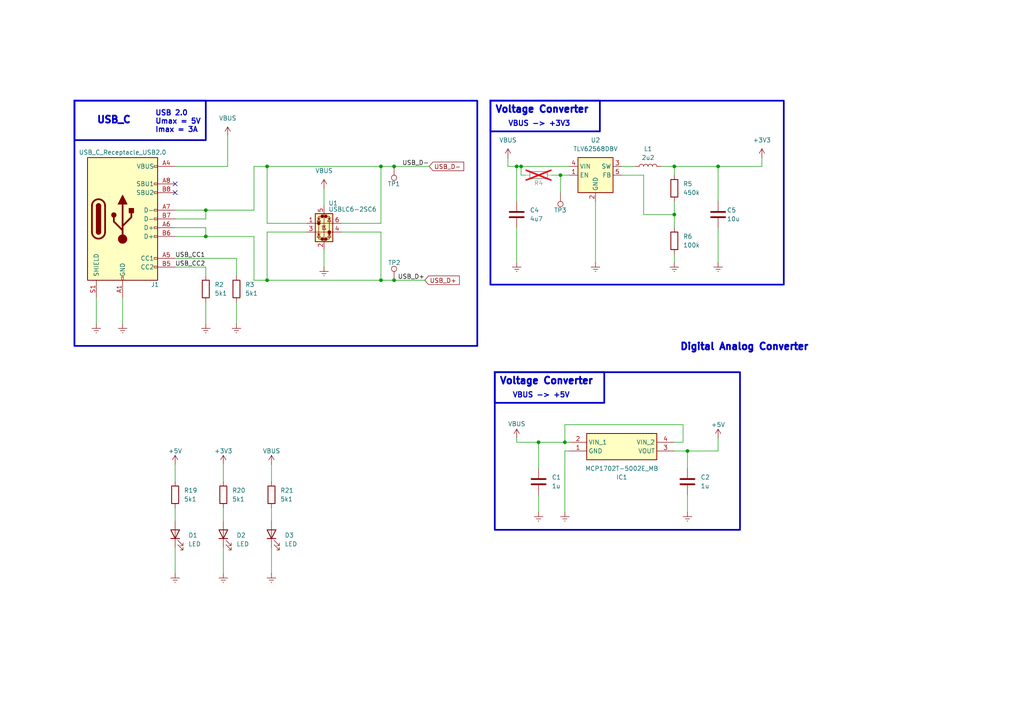
<source format=kicad_sch>
(kicad_sch (version 20250114) (generator "eeschema") (generator_version "9.0")
  (paper "A4")
  (lib_symbols
    (symbol "Connector:TestPoint" (pin_numbers (hide yes)) (pin_names (offset 0.762) (hide yes))
      (property "Reference" "TP" (at 0 6.858 0))
      (property "Value" "TestPoint" (at 0 5.08 0))
      (symbol "TestPoint_0_1"
        (circle (center 0 3.302) (radius 0.762))
      )
      (symbol "TestPoint_1_1"
        (pin passive line (at 0 0 90) (length 2.54) (name "1") (number "1"))
      )
    )
    (symbol "Device:C" (pin_numbers (hide yes)) (pin_names (offset 0.254))
      (property "Reference" "C" (at 0.635 2.54 0))
      (property "Value" "C" (at 0.635 -2.54 0))
      (symbol "C_0_1"
        (polyline (pts (xy -2.032 0.762) (xy 2.032 0.762)) (stroke (width 0.508)))
        (polyline (pts (xy -2.032 -0.762) (xy 2.032 -0.762)) (stroke (width 0.508)))
      )
      (symbol "C_1_1"
        (pin passive line (at 0 3.81 270) (length 2.794) (name "~") (number "1"))
        (pin passive line (at 0 -3.81 90) (length 2.794) (name "~") (number "2"))
      )
    )
    (symbol "Device:L" (pin_numbers (hide yes)) (pin_names (offset 1.016) (hide yes))
      (property "Reference" "L" (at -1.27 0 90))
      (property "Value" "L" (at 1.905 0 90))
      (symbol "L_0_1"
        (arc (start 0 2.54) (mid 0.6323 1.905) (end 0 1.27))
        (arc (start 0 1.27) (mid 0.6323 0.635) (end 0 0))
        (arc (start 0 0) (mid 0.6323 -0.635) (end 0 -1.27))
        (arc (start 0 -1.27) (mid 0.6323 -1.905) (end 0 -2.54))
      )
      (symbol "L_1_1"
        (pin passive line (at 0 3.81 270) (length 1.27) (name "1") (number "1"))
        (pin passive line (at 0 -3.81 90) (length 1.27) (name "2") (number "2"))
      )
    )
    (symbol "Device:LED" (pin_numbers (hide yes)) (pin_names (offset 1.016) (hide yes))
      (property "Reference" "D" (at 0 2.54 0))
      (property "Value" "LED" (at 0 -2.54 0))
      (symbol "LED_0_1"
        (polyline (pts (xy -3.048 -0.762) (xy -4.572 -2.286) (xy -3.81 -2.286) (xy -4.572 -2.286) (xy -4.572 -1.524)))
        (polyline (pts (xy -1.778 -0.762) (xy -3.302 -2.286) (xy -2.54 -2.286) (xy -3.302 -2.286) (xy -3.302 -1.524)))
        (polyline (pts (xy -1.27 0) (xy 1.27 0)))
        (polyline (pts (xy -1.27 -1.27) (xy -1.27 1.27)) (stroke (width 0.254)))
        (polyline (pts (xy 1.27 -1.27) (xy 1.27 1.27) (xy -1.27 0) (xy 1.27 -1.27)) (stroke (width 0.254)))
      )
      (symbol "LED_1_1"
        (pin passive line (at -3.81 0 0) (length 2.54) (name "K") (number "1"))
        (pin passive line (at 3.81 0 180) (length 2.54) (name "A") (number "2"))
      )
    )
    (symbol "Device:R" (pin_numbers (hide yes)) (pin_names (offset 0))
      (property "Reference" "R" (at 2.032 0 90))
      (property "Value" "R" (at 0 0 90))
      (symbol "R_0_1"
        (rectangle (start -1.016 -2.54) (end 1.016 2.54) (stroke (width 0.254)))
      )
      (symbol "R_1_1"
        (pin passive line (at 0 3.81 270) (length 1.27) (name "~") (number "1"))
        (pin passive line (at 0 -3.81 90) (length 1.27) (name "~") (number "2"))
      )
    )
    (symbol "GitHub_Library:MCP1702T-5002E_MB"
      (property "Reference" "IC" (at 26.67 7.62 0))
      (property "Value" "MCP1702T-5002E_MB" (at 26.67 5.08 0))
      (symbol "MCP1702T-5002E_MB_1_1"
        (rectangle (start 5.08 2.54) (end 25.4 -5.08) (stroke (width 0.254)) (fill (type background)))
        (pin passive line (at 0 0 0) (length 5.08) (name "GND") (number "1"))
        (pin passive line (at 0 -2.54 0) (length 5.08) (name "VIN_1") (number "2"))
        (pin passive line (at 30.48 0 180) (length 5.08) (name "VOUT") (number "3"))
        (pin passive line (at 30.48 -2.54 180) (length 5.08) (name "VIN_2") (number "4"))
      )
    )
    (symbol "KiCad_Library:USB_C_Receptacle_USB2.0" (pin_names (offset 1.016))
      (property "Reference" "J" (at -10.16 19.05 0))
      (property "Value" "USB_C_Receptacle_USB2.0" (at 19.05 19.05 0))
      (symbol "USB_C_Receptacle_USB2.0_0_0"
        (rectangle (start -0.254 -17.78) (end 0.254 -16.764))
        (rectangle (start 10.16 15.494) (end 9.144 14.986))
        (rectangle (start 10.16 10.414) (end 9.144 9.906))
        (rectangle (start 10.16 7.874) (end 9.144 7.366))
        (rectangle (start 10.16 2.794) (end 9.144 2.286))
        (rectangle (start 10.16 0.254) (end 9.144 -0.254))
        (rectangle (start 10.16 -2.286) (end 9.144 -2.794))
        (rectangle (start 10.16 -4.826) (end 9.144 -5.334))
        (rectangle (start 10.16 -11.176) (end 9.144 -11.684))
        (rectangle (start 10.16 -13.716) (end 9.144 -14.224))
      )
      (symbol "USB_C_Receptacle_USB2.0_0_1"
        (rectangle (start -10.16 17.78) (end 10.16 -17.78) (stroke (width 0.254)) (fill (type background)))
        (polyline (pts (xy -8.89 -3.81) (xy -8.89 3.81)) (stroke (width 0.508)))
        (rectangle (start -7.62 -3.81) (end -6.35 3.81) (stroke (width 0.254)) (fill (type outline)))
        (arc (start -7.62 3.81) (mid -6.985 4.4423) (end -6.35 3.81) (stroke (width 0.254)))
        (arc (start -7.62 3.81) (mid -6.985 4.4423) (end -6.35 3.81) (stroke (width 0.254)) (fill (type outline)))
        (arc (start -8.89 3.81) (mid -6.985 5.7067) (end -5.08 3.81) (stroke (width 0.508)))
        (arc (start -5.08 -3.81) (mid -6.985 -5.7067) (end -8.89 -3.81) (stroke (width 0.508)))
        (arc (start -6.35 -3.81) (mid -6.985 -4.4423) (end -7.62 -3.81) (stroke (width 0.254)))
        (arc (start -6.35 -3.81) (mid -6.985 -4.4423) (end -7.62 -3.81) (stroke (width 0.254)) (fill (type outline)))
        (polyline (pts (xy -5.08 3.81) (xy -5.08 -3.81)) (stroke (width 0.508)))
        (circle (center -2.54 1.143) (radius 0.635) (stroke (width 0.254)) (fill (type outline)))
        (polyline (pts (xy -1.27 4.318) (xy 0 6.858) (xy 1.27 4.318) (xy -1.27 4.318)) (stroke (width 0.254)) (fill (type outline)))
        (polyline (pts (xy 0 -2.032) (xy 2.54 0.508) (xy 2.54 1.778)) (stroke (width 0.508)))
        (polyline (pts (xy 0 -3.302) (xy -2.54 -0.762) (xy -2.54 0.508)) (stroke (width 0.508)))
        (polyline (pts (xy 0 -5.842) (xy 0 4.318)) (stroke (width 0.508)))
        (circle (center 0 -5.842) (radius 1.27) (fill (type outline)))
        (rectangle (start 1.905 1.778) (end 3.175 3.048) (stroke (width 0.254)) (fill (type outline)))
      )
      (symbol "USB_C_Receptacle_USB2.0_1_1"
        (pin passive line (at -7.62 -22.86 90) (length 5.08) (name "SHIELD") (number "S1"))
        (pin passive line (at 0 -22.86 90) (length 5.08) (name "GND") (number "A1"))
        (pin passive line (at 0 -22.86 90) (length 5.08) (hide yes) (name "GND") (number "A12"))
        (pin passive line (at 0 -22.86 90) (length 5.08) (hide yes) (name "GND") (number "B1"))
        (pin passive line (at 0 -22.86 90) (length 5.08) (hide yes) (name "GND") (number "B12"))
        (pin passive line (at 15.24 15.24 180) (length 5.08) (name "VBUS") (number "A4"))
        (pin passive line (at 15.24 15.24 180) (length 5.08) (hide yes) (name "VBUS") (number "A9"))
        (pin passive line (at 15.24 15.24 180) (length 5.08) (hide yes) (name "VBUS") (number "B4"))
        (pin passive line (at 15.24 15.24 180) (length 5.08) (hide yes) (name "VBUS") (number "B9"))
        (pin bidirectional line (at 15.24 10.16 180) (length 5.08) (name "SBU1") (number "A8"))
        (pin bidirectional line (at 15.24 7.62 180) (length 5.08) (name "SBU2") (number "B8"))
        (pin bidirectional line (at 15.24 2.54 180) (length 5.08) (name "D-") (number "A7"))
        (pin bidirectional line (at 15.24 0 180) (length 5.08) (name "D-") (number "B7"))
        (pin bidirectional line (at 15.24 -2.54 180) (length 5.08) (name "D+") (number "A6"))
        (pin bidirectional line (at 15.24 -5.08 180) (length 5.08) (name "D+") (number "B6"))
        (pin bidirectional line (at 15.24 -11.43 180) (length 5.08) (name "CC1") (number "A5"))
        (pin bidirectional line (at 15.24 -13.97 180) (length 5.08) (name "CC2") (number "B5"))
      )
    )
    (symbol "Power_Protection:USBLC6-2SC6" (pin_names (hide yes))
      (property "Reference" "U" (at 0.635 5.715 0))
      (property "Value" "USBLC6-2SC6" (at 0.635 3.81 0))
      (symbol "USBLC6-2SC6_0_0"
        (circle (center -1.524 0) (radius 0.0001) (stroke (width 0.508)))
        (circle (center -0.508 2.032) (radius 0.0001) (stroke (width 0.508)))
        (circle (center -0.508 -4.572) (radius 0.0001) (stroke (width 0.508)))
        (circle (center 0.508 2.032) (radius 0.0001) (stroke (width 0.508)))
        (circle (center 0.508 -4.572) (radius 0.0001) (stroke (width 0.508)))
        (circle (center 1.524 -2.54) (radius 0.0001) (stroke (width 0.508)))
      )
      (symbol "USBLC6-2SC6_0_1"
        (polyline (pts (xy -2.54 0) (xy 2.54 0)))
        (polyline (pts (xy -2.54 -2.54) (xy 2.54 -2.54)))
        (polyline (pts (xy -2.032 0.508) (xy -1.016 0.508) (xy -1.524 1.524) (xy -2.032 0.508)))
        (polyline (pts (xy -2.032 -3.048) (xy -1.016 -3.048)))
        (polyline (pts (xy -1.016 1.524) (xy -2.032 1.524)))
        (polyline (pts (xy -1.016 -4.064) (xy -2.032 -4.064) (xy -1.524 -3.048) (xy -1.016 -4.064)))
        (polyline (pts (xy -0.508 -1.143) (xy -0.508 -0.762) (xy 0.508 -0.762)))
        (polyline (pts (xy 0 2.54) (xy -0.508 2.032) (xy 0.508 2.032) (xy 0 1.524) (xy 0 -4.064) (xy -0.508 -4.572) (xy 0.508 -4.572) (xy 0 -5.08)))
        (polyline (pts (xy 0.508 -1.778) (xy -0.508 -1.778) (xy 0 -0.762) (xy 0.508 -1.778)))
        (polyline (pts (xy 1.016 1.524) (xy 2.032 1.524)))
        (polyline (pts (xy 1.016 -3.048) (xy 2.032 -3.048)))
        (polyline (pts (xy 2.032 0.508) (xy 1.016 0.508) (xy 1.524 1.524) (xy 2.032 0.508)))
        (polyline (pts (xy 2.032 -4.064) (xy 1.016 -4.064) (xy 1.524 -3.048) (xy 2.032 -4.064)))
      )
      (symbol "USBLC6-2SC6_1_1"
        (rectangle (start -2.54 2.794) (end 2.54 -5.334) (stroke (width 0.254)) (fill (type background)))
        (polyline (pts (xy -0.508 2.032) (xy -1.524 2.032) (xy -1.524 -4.572) (xy -0.508 -4.572)))
        (polyline (pts (xy 0.508 -4.572) (xy 1.524 -4.572) (xy 1.524 2.032) (xy 0.508 2.032)))
        (pin passive line (at -5.08 0 0) (length 2.54) (name "I/O1") (number "1"))
        (pin passive line (at -5.08 -2.54 0) (length 2.54) (name "I/O2") (number "3"))
        (pin passive line (at 0 5.08 270) (length 2.54) (name "VBUS") (number "5"))
        (pin passive line (at 0 -7.62 90) (length 2.54) (name "GND") (number "2"))
        (pin passive line (at 5.08 0 180) (length 2.54) (name "I/O1") (number "6"))
        (pin passive line (at 5.08 -2.54 180) (length 2.54) (name "I/O2") (number "4"))
      )
    )
    (symbol "Regulator_Switching:TLV62568DBV"
      (property "Reference" "U" (at -5.08 6.35 0))
      (property "Value" "TLV62568DBV" (at 0 6.35 0))
      (symbol "TLV62568DBV_0_1"
        (rectangle (start -5.08 5.08) (end 5.08 -5.08) (stroke (width 0.254)) (fill (type background)))
      )
      (symbol "TLV62568DBV_1_1"
        (pin power_in line (at -7.62 2.54 0) (length 2.54) (name "VIN") (number "4"))
        (pin input line (at -7.62 0 0) (length 2.54) (name "EN") (number "1"))
        (pin power_in line (at 0 -7.62 90) (length 2.54) (name "GND") (number "2"))
        (pin power_out line (at 7.62 2.54 180) (length 2.54) (name "SW") (number "3"))
        (pin input line (at 7.62 0 180) (length 2.54) (name "FB") (number "5"))
      )
    )
    (symbol "power:+3V3" (power) (pin_numbers (hide yes)) (pin_names (offset 0) (hide yes))
      (property "Value" "+3V3" (at 0 3.556 0))
      (symbol "+3V3_0_1"
        (polyline (pts (xy -0.762 1.27) (xy 0 2.54)))
        (polyline (pts (xy 0 2.54) (xy 0.762 1.27)))
        (polyline (pts (xy 0 0) (xy 0 2.54)))
      )
      (symbol "+3V3_1_1"
        (pin power_in line (at 0 0 90) (length 0) (name "~") (number "1"))
      )
    )
    (symbol "power:Earth" (power) (pin_numbers (hide yes)) (pin_names (offset 0) (hide yes))
      (property "Value" "Earth" (at 0 -3.81 0))
      (symbol "Earth_0_1"
        (polyline (pts (xy -0.635 -1.905) (xy 0.635 -1.905)))
        (polyline (pts (xy -0.127 -2.54) (xy 0.127 -2.54)))
        (polyline (pts (xy 0 -1.27) (xy 0 0)))
        (polyline (pts (xy 1.27 -1.27) (xy -1.27 -1.27)))
      )
      (symbol "Earth_1_1"
        (pin power_in line (at 0 0 270) (length 0) (name "~") (number "1"))
      )
    )
    (symbol "power:VBUS" (power) (pin_numbers (hide yes)) (pin_names (offset 0) (hide yes))
      (property "Value" "VBUS" (at 0 3.556 0))
      (symbol "VBUS_0_1"
        (polyline (pts (xy -0.762 1.27) (xy 0 2.54)))
        (polyline (pts (xy 0 2.54) (xy 0.762 1.27)))
        (polyline (pts (xy 0 0) (xy 0 2.54)))
      )
      (symbol "VBUS_1_1"
        (pin power_in line (at 0 0 90) (length 0) (name "~") (number "1"))
      )
    )
  )
  (rectangle (start 143.51 107.95) (end 175.26 116.84) (stroke (width 0.5)))
  (rectangle (start 21.59 29.21) (end 59.69 40.64) (stroke (width 0.5)))
  (rectangle (start 142.24 29.21) (end 227.33 82.55) (stroke (width 0.5)))
  (rectangle (start 143.51 107.95) (end 214.63 153.67) (stroke (width 0.5)))
  (rectangle (start 142.24 29.21) (end 173.99 38.1) (stroke (width 0.5)))
  (rectangle (start 21.59 29.21) (end 138.43 100.33) (stroke (width 0.5)))
  (text "VBUS -> +3V3" (at 147.32 36.83 0) (effects (font (size 1.5 1.5) (bold yes)) (justify left bottom)))
  (text "Voltage Converter\n" (at 143.51 33.02 0) (effects (font (size 2 2) (thickness 1) (bold yes)) (justify left bottom)))
  (text "VBUS -> +5V\n" (at 148.59 115.57 0) (effects (font (size 1.5 1.5) (bold yes)) (justify left bottom)))
  (text "USB 2.0\nUmax = 5V \nImax = 3A" (at 44.958 38.608 0) (effects (font (size 1.5 1.5) (bold yes)) (justify left bottom)))
  (text "Digital Analog Converter" (at 197.104 101.854 0) (effects (font (size 2 2) (thickness 1) (bold yes)) (justify left bottom)))
  (text "USB_C\n" (at 27.94 36.068 0) (effects (font (size 2 2) (thickness 1) (bold yes)) (justify left bottom)))
  (text "Voltage Converter\n" (at 144.78 111.76 0) (effects (font (size 2 2) (thickness 1) (bold yes)) (justify left bottom)))
  (junction (at 59.69 68.58))
  (junction (at 77.47 48.26))
  (junction (at 199.39 130.81))
  (junction (at 156.21 128.27))
  (junction (at 149.86 48.26))
  (junction (at 195.58 62.23))
  (junction (at 110.49 81.28))
  (junction (at 114.3 81.28))
  (junction (at 162.56 50.8))
  (junction (at 114.3 48.26))
  (junction (at 163.83 128.27))
  (junction (at 59.69 60.96))
  (junction (at 151.13 48.26))
  (junction (at 77.47 81.28))
  (junction (at 208.28 48.26))
  (junction (at 110.49 48.26))
  (junction (at 195.58 48.26))
  (no_connect (at 50.8 55.88))
  (no_connect (at 50.8 53.34))
  (wire (pts (xy 147.32 45.72) (xy 147.32 48.26)))
  (wire (pts (xy 68.58 87.63) (xy 68.58 93.98)))
  (wire (pts (xy 186.69 50.8) (xy 186.69 62.23)))
  (wire (pts (xy 88.9 67.31) (xy 77.47 67.31)))
  (wire (pts (xy 162.56 50.8) (xy 165.1 50.8)))
  (wire (pts (xy 59.69 66.04) (xy 50.8 66.04)))
  (wire (pts (xy 149.86 48.26) (xy 151.13 48.26)))
  (wire (pts (xy 73.66 48.26) (xy 77.47 48.26)))
  (wire (pts (xy 195.58 130.81) (xy 199.39 130.81)))
  (wire (pts (xy 163.83 148.59) (xy 163.83 130.81)))
  (wire (pts (xy 195.58 73.66) (xy 195.58 76.2)))
  (wire (pts (xy 163.83 123.19) (xy 163.83 128.27)))
  (wire (pts (xy 199.39 148.59) (xy 199.39 143.51)))
  (wire (pts (xy 114.3 48.26) (xy 124.46 48.26)))
  (wire (pts (xy 186.69 62.23) (xy 195.58 62.23)))
  (wire (pts (xy 110.49 67.31) (xy 110.49 81.28)))
  (wire (pts (xy 77.47 67.31) (xy 77.47 81.28)))
  (wire (pts (xy 147.32 48.26) (xy 149.86 48.26)))
  (wire (pts (xy 50.8 60.96) (xy 59.69 60.96)))
  (wire (pts (xy 198.12 128.27) (xy 198.12 123.19)))
  (wire (pts (xy 195.58 48.26) (xy 195.58 50.8)))
  (wire (pts (xy 73.66 81.28) (xy 77.47 81.28)))
  (wire (pts (xy 208.28 48.26) (xy 208.28 58.42)))
  (wire (pts (xy 50.8 147.32) (xy 50.8 151.13)))
  (wire (pts (xy 59.69 68.58) (xy 59.69 66.04)))
  (wire (pts (xy 99.06 67.31) (xy 110.49 67.31)))
  (wire (pts (xy 149.86 48.26) (xy 149.86 58.42)))
  (wire (pts (xy 77.47 64.77) (xy 77.47 48.26)))
  (wire (pts (xy 191.77 48.26) (xy 195.58 48.26)))
  (wire (pts (xy 59.69 87.63) (xy 59.69 93.98)))
  (wire (pts (xy 64.77 134.62) (xy 64.77 139.7)))
  (wire (pts (xy 149.86 128.27) (xy 156.21 128.27)))
  (wire (pts (xy 163.83 130.81) (xy 165.1 130.81)))
  (wire (pts (xy 77.47 48.26) (xy 110.49 48.26)))
  (wire (pts (xy 149.86 127) (xy 149.86 128.27)))
  (wire (pts (xy 208.28 76.2) (xy 208.28 66.04)))
  (wire (pts (xy 50.8 48.26) (xy 66.04 48.26)))
  (wire (pts (xy 59.69 60.96) (xy 73.66 60.96)))
  (wire (pts (xy 151.13 50.8) (xy 151.13 48.26)))
  (wire (pts (xy 50.8 74.93) (xy 68.58 74.93)))
  (wire (pts (xy 93.98 72.39) (xy 93.98 77.47)))
  (wire (pts (xy 180.34 48.26) (xy 184.15 48.26)))
  (wire (pts (xy 195.58 128.27) (xy 198.12 128.27)))
  (wire (pts (xy 78.74 158.75) (xy 78.74 166.37)))
  (wire (pts (xy 59.69 63.5) (xy 50.8 63.5)))
  (wire (pts (xy 50.8 68.58) (xy 59.69 68.58)))
  (wire (pts (xy 78.74 134.62) (xy 78.74 139.7)))
  (wire (pts (xy 59.69 77.47) (xy 59.69 80.01)))
  (wire (pts (xy 199.39 130.81) (xy 208.28 130.81)))
  (wire (pts (xy 199.39 130.81) (xy 199.39 135.89)))
  (wire (pts (xy 208.28 48.26) (xy 220.98 48.26)))
  (wire (pts (xy 99.06 64.77) (xy 110.49 64.77)))
  (wire (pts (xy 59.69 60.96) (xy 59.69 63.5)))
  (wire (pts (xy 156.21 143.51) (xy 156.21 148.59)))
  (wire (pts (xy 73.66 68.58) (xy 73.66 81.28)))
  (wire (pts (xy 59.69 68.58) (xy 73.66 68.58)))
  (wire (pts (xy 110.49 64.77) (xy 110.49 48.26)))
  (wire (pts (xy 198.12 123.19) (xy 163.83 123.19)))
  (wire (pts (xy 149.86 66.04) (xy 149.86 76.2)))
  (wire (pts (xy 165.1 128.27) (xy 163.83 128.27)))
  (wire (pts (xy 180.34 50.8) (xy 186.69 50.8)))
  (wire (pts (xy 50.8 77.47) (xy 59.69 77.47)))
  (wire (pts (xy 88.9 64.77) (xy 77.47 64.77)))
  (wire (pts (xy 162.56 50.8) (xy 162.56 55.88)))
  (wire (pts (xy 66.04 48.26) (xy 66.04 39.37)))
  (wire (pts (xy 64.77 147.32) (xy 64.77 151.13)))
  (wire (pts (xy 27.94 86.36) (xy 27.94 93.98)))
  (wire (pts (xy 78.74 147.32) (xy 78.74 151.13)))
  (wire (pts (xy 156.21 128.27) (xy 156.21 135.89)))
  (wire (pts (xy 110.49 81.28) (xy 114.3 81.28)))
  (wire (pts (xy 77.47 81.28) (xy 110.49 81.28)))
  (wire (pts (xy 68.58 74.93) (xy 68.58 80.01)))
  (wire (pts (xy 50.8 158.75) (xy 50.8 166.37)))
  (wire (pts (xy 73.66 48.26) (xy 73.66 60.96)))
  (wire (pts (xy 172.72 58.42) (xy 172.72 76.2)))
  (wire (pts (xy 195.58 58.42) (xy 195.58 62.23)))
  (wire (pts (xy 160.02 50.8) (xy 162.56 50.8)))
  (wire (pts (xy 110.49 48.26) (xy 114.3 48.26)))
  (wire (pts (xy 50.8 134.62) (xy 50.8 139.7)))
  (wire (pts (xy 93.98 59.69) (xy 93.98 54.61)))
  (wire (pts (xy 163.83 128.27) (xy 156.21 128.27)))
  (wire (pts (xy 114.3 81.28) (xy 123.19 81.28)))
  (wire (pts (xy 220.98 45.72) (xy 220.98 48.26)))
  (wire (pts (xy 151.13 48.26) (xy 165.1 48.26)))
  (wire (pts (xy 35.56 86.36) (xy 35.56 93.98)))
  (wire (pts (xy 195.58 48.26) (xy 208.28 48.26)))
  (wire (pts (xy 208.28 127) (xy 208.28 130.81)))
  (wire (pts (xy 195.58 62.23) (xy 195.58 66.04)))
  (wire (pts (xy 152.4 50.8) (xy 151.13 50.8)))
  (wire (pts (xy 64.77 158.75) (xy 64.77 166.37)))
  (label "USB_D-" (at 124.46 48.26 180))
  (label "USB_D+" (at 123.19 81.28 180))
  (label "USB_CC2" (at 50.8 77.47 0))
  (label "USB_CC1" (at 50.8 74.93 0))
  (global_label "USB_D+" (shape input) (at 123.19 81.28 0) (property "Intersheetrefs" "${INTERSHEET_REFS}" (effects (hide yes))))
  (global_label "USB_D-" (shape input) (at 124.46 48.26 0) (property "Intersheetrefs" "${INTERSHEET_REFS}" (effects (hide yes))))
  (symbol (lib_id "Device:L") (at 187.96 48.26 90) (unit 1)
    (property "Reference" "L1" (at 187.96 43.18 90))
    (property "Value" "2u2" (at 187.96 45.72 90))
    (property "Footprint" "LED_SMD:LED_0805_2012Metric_Pad1.15x1.40mm_HandSolder" (effects (hide yes)))
    (property "Description" "Inductor" (effects (hide yes)))
  )
  (symbol (lib_id "power:Earth") (at 68.58 93.98 0) (unit 1)
    (property "Reference" "#PWR013" (effects (hide yes)))
    (property "Value" "Earth" (effects (hide yes)))
    (property "Description" "Power symbol creates a global label with name \"Earth\"" (effects (hide yes)))
  )
  (symbol (lib_id "power:Earth") (at 27.94 93.98 0) (unit 1)
    (property "Reference" "#PWR010" (effects (hide yes)))
    (property "Value" "Earth" (effects (hide yes)))
    (property "Description" "Power symbol creates a global label with name \"Earth\"" (effects (hide yes)))
  )
  (symbol (lib_id "Device:R") (at 195.58 69.85 0) (unit 1)
    (property "Reference" "R6" (at 198.12 68.58 0) (effects (justify left)))
    (property "Value" "100k" (at 198.12 71.12 0) (effects (justify left)))
    (property "Footprint" "Resistor_SMD:R_0805_2012Metric_Pad1.20x1.40mm_HandSolder" (effects (hide yes)))
    (property "Description" "Resistor" (effects (hide yes)))
  )
  (symbol (lib_id "Power_Protection:USBLC6-2SC6") (at 93.98 64.77 0) (unit 1)
    (property "Reference" "U1" (at 95.25 58.928 0) (effects (justify left)))
    (property "Value" "USBLC6-2SC6" (at 95.25 60.706 0) (effects (justify left)))
    (property "Footprint" "Package_TO_SOT_SMD:SOT-23-6" (effects (hide yes)))
    (property "Datasheet" "https://www.st.com/resource/en/datasheet/usblc6-2.pdf" (effects (hide yes)))
    (property "Description" "Very low capacitance ESD protection diode, 2 data-line, SOT-23-6" (effects (hide yes)))
  )
  (symbol (lib_id "power:VBUS") (at 78.74 134.62 0) (unit 1)
    (property "Reference" "#PWR056" (effects (hide yes)))
    (property "Value" "VBUS" (at 78.74 130.81 0))
    (property "Description" "Power symbol creates a global label with name \"VBUS\"" (effects (hide yes)))
  )
  (symbol (lib_id "Connector:TestPoint") (at 114.3 81.28 0) (unit 1)
    (property "Reference" "TP2" (at 112.522 76.2 0) (effects (justify left)))
    (property "Value" "TestPoint" (effects (hide yes)))
    (property "Footprint" "TestPoint:TestPoint_Pad_D1.0mm" (effects (hide yes)))
    (property "Description" "test point" (effects (hide yes)))
  )
  (symbol (lib_id "power:Earth") (at 172.72 76.2 0) (unit 1)
    (property "Reference" "#PWR021" (effects (hide yes)))
    (property "Value" "Earth" (effects (hide yes)))
    (property "Description" "Power symbol creates a global label with name \"Earth\"" (effects (hide yes)))
  )
  (symbol (lib_id "power:Earth") (at 93.98 77.47 0) (unit 1)
    (property "Reference" "#PWR05" (effects (hide yes)))
    (property "Value" "Earth" (effects (hide yes)))
    (property "Description" "Power symbol creates a global label with name \"Earth\"" (effects (hide yes)))
  )
  (symbol (lib_id "power:Earth") (at 64.77 166.37 0) (unit 1)
    (property "Reference" "#PWR058" (effects (hide yes)))
    (property "Value" "Earth" (effects (hide yes)))
    (property "Description" "Power symbol creates a global label with name \"Earth\"" (effects (hide yes)))
  )
  (symbol (lib_id "Connector:TestPoint") (at 162.56 55.88 180) (unit 1)
    (property "Reference" "TP3" (at 164.338 60.96 0) (effects (justify left)))
    (property "Value" "TestPoint" (effects (hide yes)))
    (property "Footprint" "TestPoint:TestPoint_Pad_D1.0mm" (effects (hide yes)))
    (property "Description" "test point" (effects (hide yes)))
  )
  (symbol (lib_id "power:+3V3") (at 64.77 134.62 0) (unit 1)
    (property "Reference" "#PWR055" (effects (hide yes)))
    (property "Value" "+3V3" (at 64.77 130.81 0))
    (property "Description" "Power symbol creates a global label with name \"+3V3\"" (effects (hide yes)))
  )
  (symbol (lib_id "Device:LED") (at 50.8 154.94 90) (unit 1)
    (property "Reference" "D1" (at 54.61 155.2574 90) (effects (justify right)))
    (property "Value" "LED" (at 54.61 157.7974 90) (effects (justify right)))
    (property "Footprint" "LED_SMD:LED_0805_2012Metric_Pad1.15x1.40mm_HandSolder" (effects (hide yes)))
    (property "Description" "Light emitting diode" (effects (hide yes)))
  )
  (symbol (lib_id "Device:LED") (at 78.74 154.94 90) (unit 1)
    (property "Reference" "D3" (at 82.55 155.2574 90) (effects (justify right)))
    (property "Value" "LED" (at 82.55 157.7974 90) (effects (justify right)))
    (property "Footprint" "LED_SMD:LED_0805_2012Metric_Pad1.15x1.40mm_HandSolder" (effects (hide yes)))
    (property "Description" "Light emitting diode" (effects (hide yes)))
  )
  (symbol (lib_id "Device:C") (at 208.28 62.23 0) (unit 1)
    (property "Reference" "C5" (at 210.82 60.96 0) (effects (justify left)))
    (property "Value" "10u" (at 210.82 63.5 0) (effects (justify left)))
    (property "Footprint" "Capacitor_SMD:C_0805_2012Metric_Pad1.18x1.45mm_HandSolder" (effects (hide yes)))
    (property "Description" "Unpolarized capacitor" (effects (hide yes)))
  )
  (symbol (lib_id "power:Earth") (at 163.83 148.59 0) (unit 1)
    (property "Reference" "#PWR07" (effects (hide yes)))
    (property "Value" "Earth" (effects (hide yes)))
    (property "Description" "Power symbol creates a global label with name \"Earth\"" (effects (hide yes)))
  )
  (symbol (lib_id "Device:R") (at 78.74 143.51 0) (unit 1)
    (property "Reference" "R21" (at 81.28 142.24 0) (effects (justify left)))
    (property "Value" "5k1" (at 81.28 144.78 0) (effects (justify left)))
    (property "Footprint" "Resistor_SMD:R_0805_2012Metric_Pad1.20x1.40mm_HandSolder" (effects (hide yes)))
    (property "Description" "Resistor" (effects (hide yes)))
  )
  (symbol (lib_id "KiCad_Library:USB_C_Receptacle_USB2.0") (at 35.56 63.5 0) (unit 1)
    (property "Reference" "J1" (at 44.958 82.55 0))
    (property "Value" "USB_C_Receptacle_USB2.0" (at 35.56 44.196 0))
    (property "Footprint" "Connector_USB:USB_C_Receptacle_GCT_USB4105-xx-A_16P_TopMnt_Horizontal" (effects (hide yes)))
    (property "Datasheet" "https://www.usb.org/sites/default/files/documents/usb_type-c.zip" (effects (hide yes)))
    (property "Description" "USB 2.0-only Type-C Receptacle connector" (effects (hide yes)))
  )
  (symbol (lib_id "power:VBUS") (at 93.98 54.61 0) (unit 1)
    (property "Reference" "#PWR04" (effects (hide yes)))
    (property "Value" "VBUS" (at 93.98 49.53 0))
    (property "Description" "Power symbol creates a global label with name \"VBUS\"" (effects (hide yes)))
  )
  (symbol (lib_id "power:Earth") (at 59.69 93.98 0) (unit 1)
    (property "Reference" "#PWR012" (effects (hide yes)))
    (property "Value" "Earth" (effects (hide yes)))
    (property "Description" "Power symbol creates a global label with name \"Earth\"" (effects (hide yes)))
  )
  (symbol (lib_id "Device:R") (at 156.21 50.8 90) (unit 1) (in_bom no) (dnp yes)
    (property "Reference" "R4" (at 156.21 53.086 90))
    (property "Value" "10k" (effects (hide yes)))
    (property "Footprint" "Resistor_SMD:R_0805_2012Metric_Pad1.20x1.40mm_HandSolder" (effects (hide yes)))
    (property "Description" "Resistor" (effects (hide yes)))
  )
  (symbol (lib_id "power:+3V3") (at 50.8 134.62 0) (unit 1)
    (property "Reference" "#PWR054" (effects (hide yes)))
    (property "Value" "+5V" (at 50.8 130.81 0))
    (property "Description" "Power symbol creates a global label with name \"+3V3\"" (effects (hide yes)))
  )
  (symbol (lib_id "power:Earth") (at 35.56 93.98 0) (unit 1)
    (property "Reference" "#PWR011" (effects (hide yes)))
    (property "Value" "Earth" (effects (hide yes)))
    (property "Description" "Power symbol creates a global label with name \"Earth\"" (effects (hide yes)))
  )
  (symbol (lib_id "Device:C") (at 156.21 139.7 0) (unit 1)
    (property "Reference" "C1" (at 160.02 138.43 0) (effects (justify left)))
    (property "Value" "1u" (at 160.02 140.97 0) (effects (justify left)))
    (property "Footprint" "Capacitor_SMD:C_0805_2012Metric_Pad1.18x1.45mm_HandSolder" (effects (hide yes)))
    (property "Description" "Unpolarized capacitor" (effects (hide yes)))
  )
  (symbol (lib_id "Device:C") (at 149.86 62.23 0) (unit 1)
    (property "Reference" "C4" (at 153.67 60.96 0) (effects (justify left)))
    (property "Value" "4u7" (at 153.67 63.5 0) (effects (justify left)))
    (property "Footprint" "Capacitor_SMD:C_0805_2012Metric_Pad1.18x1.45mm_HandSolder" (effects (hide yes)))
    (property "Description" "Unpolarized capacitor" (effects (hide yes)))
  )
  (symbol (lib_id "power:+3V3") (at 208.28 127 0) (unit 1)
    (property "Reference" "#PWR03" (effects (hide yes)))
    (property "Value" "+5V" (at 208.28 123.19 0))
    (property "Description" "Power symbol creates a global label with name \"+3V3\"" (effects (hide yes)))
  )
  (symbol (lib_id "Device:R") (at 64.77 143.51 0) (unit 1)
    (property "Reference" "R20" (at 67.31 142.24 0) (effects (justify left)))
    (property "Value" "5k1" (at 67.31 144.78 0) (effects (justify left)))
    (property "Footprint" "Resistor_SMD:R_0805_2012Metric_Pad1.20x1.40mm_HandSolder" (effects (hide yes)))
    (property "Description" "Resistor" (effects (hide yes)))
  )
  (symbol (lib_id "power:Earth") (at 199.39 148.59 0) (unit 1)
    (property "Reference" "#PWR08" (effects (hide yes)))
    (property "Value" "Earth" (effects (hide yes)))
    (property "Description" "Power symbol creates a global label with name \"Earth\"" (effects (hide yes)))
  )
  (symbol (lib_id "power:VBUS") (at 66.04 39.37 0) (unit 1)
    (property "Reference" "#PWR01" (effects (hide yes)))
    (property "Value" "VBUS" (at 66.04 34.29 0))
    (property "Description" "Power symbol creates a global label with name \"VBUS\"" (effects (hide yes)))
  )
  (symbol (lib_id "Device:R") (at 68.58 83.82 0) (unit 1)
    (property "Reference" "R3" (at 71.12 82.55 0) (effects (justify left)))
    (property "Value" "5k1" (at 71.12 85.09 0) (effects (justify left)))
    (property "Footprint" "Resistor_SMD:R_0805_2012Metric_Pad1.20x1.40mm_HandSolder" (effects (hide yes)))
    (property "Description" "Resistor" (effects (hide yes)))
  )
  (symbol (lib_id "Device:LED") (at 64.77 154.94 90) (unit 1)
    (property "Reference" "D2" (at 68.58 155.2574 90) (effects (justify right)))
    (property "Value" "LED" (at 68.58 157.7974 90) (effects (justify right)))
    (property "Footprint" "LED_SMD:LED_0805_2012Metric_Pad1.15x1.40mm_HandSolder" (effects (hide yes)))
    (property "Description" "Light emitting diode" (effects (hide yes)))
  )
  (symbol (lib_id "Regulator_Switching:TLV62568DBV") (at 172.72 50.8 0) (unit 1)
    (property "Reference" "U2" (at 172.72 40.64 0))
    (property "Value" "TLV62568DBV" (at 172.72 43.18 0))
    (property "Footprint" "Package_TO_SOT_SMD:SOT-23-5" (effects (hide yes)))
    (property "Datasheet" "http://www.ti.com/lit/ds/symlink/tlv62568.pdf" (effects (hide yes)))
    (property "Description" "High Efficiency Synchronous Buck Converter, Adjustable Output 0.6V-5.5V, 1A, SOT-23-5" (effects (hide yes)))
  )
  (symbol (lib_id "GitHub_Library:MCP1702T-5002E_MB") (at 165.1 130.81 0) (mirror x) (unit 1)
    (property "Reference" "IC1" (at 180.34 138.43 0))
    (property "Value" "MCP1702T-5002E_MB" (at 180.34 135.89 0))
    (property "Footprint" "Github_Library:MCP1703T5002EMB" (effects (hide yes)))
    (property "Datasheet" "https://docs.rs-online.com/30ae/0900766b811b9f48.pdf" (effects (hide yes)))
    (property "Description" "Microchip MCP1702T-5002E/MB, LDO Regulator, 250mA, 5 V, +/-2%, 2.7  13.2 Vin 3-Pin, SOT-89" (effects (hide yes)))
    (property "Height" "1" (effects (hide yes)))
    (property "RS Part Number" "7757441P" (effects (hide yes)))
    (property "RS Price/Stock" "http://befr.rs-online.com/web/p/products/7757441P" (effects (hide yes)))
    (property "Manufacturer_Name" "Microchip" (effects (hide yes)))
    (property "Manufacturer_Part_Number" "MCP1702T-5002E/MB" (effects (hide yes)))
    (property "Allied_Number" "70415031" (effects (hide yes)))
  )
  (symbol (lib_id "Connector:TestPoint") (at 114.3 48.26 180) (unit 1)
    (property "Reference" "TP1" (at 116.078 53.34 0) (effects (justify left)))
    (property "Value" "TestPoint" (effects (hide yes)))
    (property "Footprint" "TestPoint:TestPoint_Pad_D1.0mm" (effects (hide yes)))
    (property "Description" "test point" (effects (hide yes)))
  )
  (symbol (lib_id "Device:R") (at 50.8 143.51 0) (unit 1)
    (property "Reference" "R19" (at 53.34 142.24 0) (effects (justify left)))
    (property "Value" "5k1" (at 53.34 144.78 0) (effects (justify left)))
    (property "Footprint" "Resistor_SMD:R_0805_2012Metric_Pad1.20x1.40mm_HandSolder" (effects (hide yes)))
    (property "Description" "Resistor" (effects (hide yes)))
  )
  (symbol (lib_id "power:Earth") (at 149.86 76.2 0) (unit 1)
    (property "Reference" "#PWR020" (effects (hide yes)))
    (property "Value" "Earth" (effects (hide yes)))
    (property "Description" "Power symbol creates a global label with name \"Earth\"" (effects (hide yes)))
  )
  (symbol (lib_id "power:Earth") (at 156.21 148.59 0) (unit 1)
    (property "Reference" "#PWR06" (effects (hide yes)))
    (property "Value" "Earth" (effects (hide yes)))
    (property "Description" "Power symbol creates a global label with name \"Earth\"" (effects (hide yes)))
  )
  (symbol (lib_id "power:VBUS") (at 147.32 45.72 0) (unit 1)
    (property "Reference" "#PWR014" (effects (hide yes)))
    (property "Value" "VBUS" (at 147.32 40.64 0))
    (property "Description" "Power symbol creates a global label with name \"VBUS\"" (effects (hide yes)))
  )
  (symbol (lib_id "power:+3V3") (at 220.98 45.72 0) (unit 1)
    (property "Reference" "#PWR015" (effects (hide yes)))
    (property "Value" "+3V3" (at 220.98 40.64 0))
    (property "Description" "Power symbol creates a global label with name \"+3V3\"" (effects (hide yes)))
  )
  (symbol (lib_id "power:VBUS") (at 149.86 127 0) (unit 1)
    (property "Reference" "#PWR02" (effects (hide yes)))
    (property "Value" "VBUS" (at 149.86 122.936 0))
    (property "Description" "Power symbol creates a global label with name \"VBUS\"" (effects (hide yes)))
  )
  (symbol (lib_id "power:Earth") (at 50.8 166.37 0) (unit 1)
    (property "Reference" "#PWR057" (effects (hide yes)))
    (property "Value" "Earth" (effects (hide yes)))
    (property "Description" "Power symbol creates a global label with name \"Earth\"" (effects (hide yes)))
  )
  (symbol (lib_id "power:Earth") (at 195.58 76.2 0) (unit 1)
    (property "Reference" "#PWR022" (effects (hide yes)))
    (property "Value" "Earth" (effects (hide yes)))
    (property "Description" "Power symbol creates a global label with name \"Earth\"" (effects (hide yes)))
  )
  (symbol (lib_id "Device:C") (at 199.39 139.7 0) (unit 1)
    (property "Reference" "C2" (at 203.2 138.43 0) (effects (justify left)))
    (property "Value" "1u" (at 203.2 140.97 0) (effects (justify left)))
    (property "Footprint" "Capacitor_SMD:C_0805_2012Metric_Pad1.18x1.45mm_HandSolder" (effects (hide yes)))
    (property "Description" "Unpolarized capacitor" (effects (hide yes)))
  )
  (symbol (lib_id "power:Earth") (at 208.28 76.2 0) (unit 1)
    (property "Reference" "#PWR023" (effects (hide yes)))
    (property "Value" "Earth" (effects (hide yes)))
    (property "Description" "Power symbol creates a global label with name \"Earth\"" (effects (hide yes)))
  )
  (symbol (lib_id "Device:R") (at 195.58 54.61 0) (unit 1)
    (property "Reference" "R5" (at 198.12 53.34 0) (effects (justify left)))
    (property "Value" "450k" (at 198.12 55.88 0) (effects (justify left)))
    (property "Footprint" "Resistor_SMD:R_0805_2012Metric_Pad1.20x1.40mm_HandSolder" (effects (hide yes)))
    (property "Description" "Resistor" (effects (hide yes)))
  )
  (symbol (lib_id "power:Earth") (at 78.74 166.37 0) (unit 1)
    (property "Reference" "#PWR059" (effects (hide yes)))
    (property "Value" "Earth" (effects (hide yes)))
    (property "Description" "Power symbol creates a global label with name \"Earth\"" (effects (hide yes)))
  )
  (symbol (lib_id "Device:R") (at 59.69 83.82 0) (unit 1)
    (property "Reference" "R2" (at 62.23 82.55 0) (effects (justify left)))
    (property "Value" "5k1" (at 62.23 85.09 0) (effects (justify left)))
    (property "Footprint" "Resistor_SMD:R_0805_2012Metric_Pad1.20x1.40mm_HandSolder" (effects (hide yes)))
    (property "Description" "Resistor" (effects (hide yes)))
  )
)
</source>
